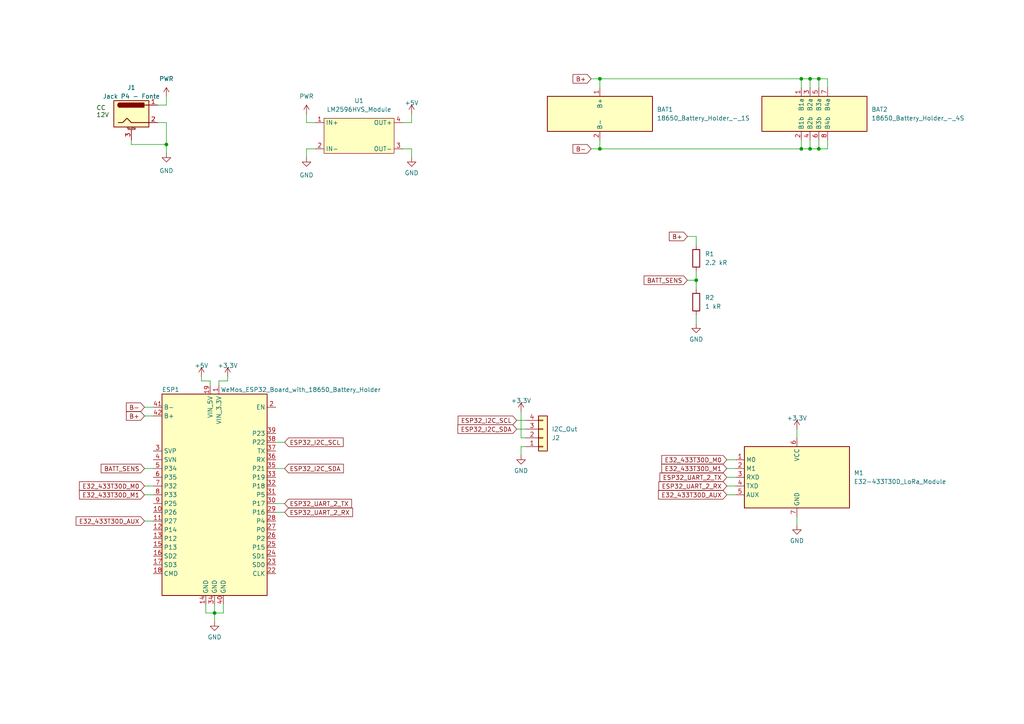
<source format=kicad_sch>
(kicad_sch (version 20250114) (generator "eeschema") (generator_version "9.0")
  (paper "A4")
  (lib_symbols
    (symbol "Connector:Barrel_Jack_MountingPin" (pin_names (hide yes))
      (property "Reference" "J1" (at 0 7.62 0))
      (property "Value" "Jack P4 - Fonte" (at 0 5.08 0))
      (symbol "Barrel_Jack_MountingPin_0_1"
        (rectangle (start -5.08 3.81) (end 5.08 -3.81) (stroke (width 0.254)) (fill (type background)))
        (polyline (pts (xy -3.81 -2.54) (xy -2.54 -2.54) (xy -1.27 -1.27) (xy 0 -2.54) (xy 2.54 -2.54) (xy 5.08 -2.54)) (stroke (width 0.254)))
        (arc (start -3.302 1.905) (mid -3.9343 2.54) (end -3.302 3.175) (stroke (width 0.254)))
        (arc (start -3.302 1.905) (mid -3.9343 2.54) (end -3.302 3.175) (stroke (width 0.254)) (fill (type outline)))
        (rectangle (start 3.683 3.175) (end -3.302 1.905) (stroke (width 0.254)) (fill (type outline)))
        (polyline (pts (xy 5.08 2.54) (xy 3.81 2.54)) (stroke (width 0.254)))
      )
      (symbol "Barrel_Jack_MountingPin_1_1"
        (polyline (pts (xy -1.016 -4.572) (xy 1.016 -4.572)) (stroke (width 0.1524)))
        (text "Mounting" (at 0 -4.191 0) (effects (font (size 0.381 0.381))))
        (pin passive line (at 0 -7.62 90) (length 3.048) (name "MountPin") (number "3"))
        (pin passive line (at 7.62 2.54 180) (length 2.54) (name "~") (number "1"))
        (pin passive line (at 7.62 -2.54 180) (length 2.54) (name "~") (number "2"))
      )
    )
    (symbol "Connector_Generic:Conn_01x04" (pin_names (offset 1.016) (hide yes))
      (property "Reference" "J" (at 0 5.08 0))
      (property "Value" "Conn_01x04" (at 0 -7.62 0))
      (symbol "Conn_01x04_1_1"
        (rectangle (start -1.27 3.81) (end 1.27 -6.35) (stroke (width 0.254)) (fill (type background)))
        (rectangle (start -1.27 2.667) (end 0 2.413) (stroke (width 0.1524)))
        (rectangle (start -1.27 0.127) (end 0 -0.127) (stroke (width 0.1524)))
        (rectangle (start -1.27 -2.413) (end 0 -2.667) (stroke (width 0.1524)))
        (rectangle (start -1.27 -4.953) (end 0 -5.207) (stroke (width 0.1524)))
        (pin passive line (at -5.08 2.54 0) (length 3.81) (name "Pin_1") (number "1"))
        (pin passive line (at -5.08 0 0) (length 3.81) (name "Pin_2") (number "2"))
        (pin passive line (at -5.08 -2.54 0) (length 3.81) (name "Pin_3") (number "3"))
        (pin passive line (at -5.08 -5.08 0) (length 3.81) (name "Pin_4") (number "4"))
      )
    )
    (symbol "Custom:18650_Battery_Holder_-_1S"
      (property "Reference" "BAT" (at -14.986 5.588 0))
      (property "Value" "18650_Battery_Holder_-_1S" (at 9.144 -6.096 0))
      (symbol "18650_Battery_Holder_-_1S_0_1"
        (rectangle (start -15.24 5.08) (end 15.24 -5.08) (stroke (width 0.254)) (fill (type background)))
      )
      (symbol "18650_Battery_Holder_-_1S_1_1"
        (pin power_in line (at 0 7.62 270) (length 2.54) (name "B+") (number "1"))
        (pin power_in line (at 0 -7.62 90) (length 2.54) (name "B-") (number "2"))
      )
    )
    (symbol "Custom:18650_Battery_Holder_-_4S"
      (property "Reference" "BAT" (at -14.986 5.588 0))
      (property "Value" "18650_Battery_Holder_-_4S" (at 9.144 -6.096 0))
      (symbol "18650_Battery_Holder_-_4S_0_1"
        (rectangle (start -15.24 5.08) (end 15.24 -5.08) (stroke (width 0.254)) (fill (type background)))
      )
      (symbol "18650_Battery_Holder_-_4S_1_1"
        (pin power_in line (at -3.81 7.62 270) (length 2.54) (name "B1a") (number "1"))
        (pin power_in line (at -3.81 -7.62 90) (length 2.54) (name "B1b") (number "2"))
        (pin power_in line (at -1.27 7.62 270) (length 2.54) (name "B2a") (number "3"))
        (pin power_in line (at -1.27 -7.62 90) (length 2.54) (name "B2b") (number "4"))
        (pin power_in line (at 1.27 7.62 270) (length 2.54) (name "B3a") (number "5"))
        (pin power_in line (at 1.27 -7.62 90) (length 2.54) (name "B3b") (number "6"))
        (pin power_in line (at 3.81 7.62 270) (length 2.54) (name "B4a") (number "7"))
        (pin power_in line (at 3.81 -7.62 90) (length 2.54) (name "B4b") (number "8"))
      )
    )
    (symbol "Custom:E32-433T30D_LoRa_Module"
      (property "Reference" "M" (at -14.986 9.398 0))
      (property "Value" "E32-433T30D_LoRa_Module" (at 8.636 -10.16 0))
      (symbol "E32-433T30D_LoRa_Module_0_1"
        (rectangle (start -15.24 8.89) (end 15.24 -8.89) (stroke (width 0.254)) (fill (type background)))
      )
      (symbol "E32-433T30D_LoRa_Module_1_1"
        (pin bidirectional line (at -17.78 5.08 0) (length 2.54) (name "M0") (number "1"))
        (pin bidirectional line (at -17.78 2.54 0) (length 2.54) (name "M1") (number "2"))
        (pin bidirectional line (at -17.78 0 0) (length 2.54) (name "RXD") (number "3"))
        (pin bidirectional line (at -17.78 -2.54 0) (length 2.54) (name "TXD") (number "4"))
        (pin bidirectional line (at -17.78 -5.08 0) (length 2.54) (name "AUX") (number "5"))
        (pin power_in line (at 0 11.43 270) (length 2.54) (name "VCC") (number "6"))
        (pin power_in line (at 0 -11.43 90) (length 2.54) (name "GND") (number "7"))
      )
    )
    (symbol "Custom_Parts:LM2596HVS_Module"
      (property "Reference" "U" (at -8.89 6.35 0))
      (property "Value" "LM2596HVS_Module" (at 0 -6.35 0))
      (symbol "LM2596HVS_Module_0_1"
        (rectangle (start -10.16 5.08) (end 10.16 -5.08) (fill (type background)))
      )
      (symbol "LM2596HVS_Module_1_1"
        (pin power_in line (at -12.7 3.81 0) (length 2.54) (name "IN+") (number "1"))
        (pin power_in line (at -12.7 -3.81 0) (length 2.54) (name "IN-") (number "2"))
        (pin power_out line (at 12.7 3.81 180) (length 2.54) (name "OUT+") (number "4"))
        (pin power_out line (at 12.7 -3.81 180) (length 2.54) (name "OUT-") (number "3"))
      )
    )
    (symbol "Device:R" (pin_numbers (hide yes)) (pin_names (offset 0))
      (property "Reference" "R" (at 2.032 0 90))
      (property "Value" "R" (at 0 0 90))
      (symbol "R_0_1"
        (rectangle (start -1.016 -2.54) (end 1.016 2.54) (stroke (width 0.254)))
      )
      (symbol "R_1_1"
        (pin passive line (at 0 3.81 270) (length 1.27) (name "~") (number "1"))
        (pin passive line (at 0 -3.81 90) (length 1.27) (name "~") (number "2"))
      )
    )
    (symbol "WeMos_ESP32_Board_with_18650_Battery_Holder_1"
      (property "Reference" "ESP" (at -14.986 29.718 0))
      (property "Value" "WeMos_ESP32_Board_with_18650_Battery_Holder" (at 9.398 -30.226 0))
      (symbol "WeMos_ESP32_Board_with_18650_Battery_Holder_1_0_1"
        (rectangle (start -15.24 29.21) (end 15.24 -29.21) (stroke (width 0.254)) (fill (type background)))
      )
      (symbol "WeMos_ESP32_Board_with_18650_Battery_Holder_1_1_1"
        (pin power_in line (at -17.78 25.4 0) (length 2.54) (name "B-") (number "41"))
        (pin power_in line (at -17.78 22.86 0) (length 2.54) (name "B+") (number "42"))
        (pin bidirectional line (at -17.78 12.7 0) (length 2.54) (name "SVP") (number "3"))
        (pin bidirectional line (at -17.78 10.16 0) (length 2.54) (name "SVN") (number "4"))
        (pin bidirectional line (at -17.78 7.62 0) (length 2.54) (name "P34") (number "5"))
        (pin bidirectional line (at -17.78 5.08 0) (length 2.54) (name "P35") (number "6"))
        (pin bidirectional line (at -17.78 2.54 0) (length 2.54) (name "P32") (number "7"))
        (pin bidirectional line (at -17.78 0 0) (length 2.54) (name "P33") (number "8"))
        (pin bidirectional line (at -17.78 -2.54 0) (length 2.54) (name "P25") (number "9"))
        (pin bidirectional line (at -17.78 -5.08 0) (length 2.54) (name "P26") (number "10"))
        (pin bidirectional line (at -17.78 -7.62 0) (length 2.54) (name "P27") (number "11"))
        (pin bidirectional line (at -17.78 -10.16 0) (length 2.54) (name "P14") (number "12"))
        (pin bidirectional line (at -17.78 -12.7 0) (length 2.54) (name "P12") (number "13"))
        (pin bidirectional line (at -17.78 -15.24 0) (length 2.54) (name "P13") (number "15"))
        (pin bidirectional line (at -17.78 -17.78 0) (length 2.54) (name "SD2") (number "16"))
        (pin bidirectional line (at -17.78 -20.32 0) (length 2.54) (name "SD3") (number "17"))
        (pin bidirectional line (at -17.78 -22.86 0) (length 2.54) (name "CMD") (number "18"))
        (pin power_in line (at -2.54 -31.75 90) (length 2.54) (name "GND") (number "14"))
        (pin power_in line (at -1.27 31.75 270) (length 2.54) (name "VIN_5V") (number "19"))
        (pin power_in line (at 0 -31.75 90) (length 2.54) (name "GND") (number "34"))
        (pin power_in line (at 1.27 31.75 270) (length 2.54) (name "VIN_3.3V") (number "1"))
        (pin power_in line (at 2.54 -31.75 90) (length 2.54) (name "GND") (number "40"))
        (pin input line (at 17.78 25.4 180) (length 2.54) (name "EN") (number "2"))
        (pin bidirectional line (at 17.78 17.78 180) (length 2.54) (name "P23") (number "39"))
        (pin bidirectional line (at 17.78 15.24 180) (length 2.54) (name "P22") (number "38"))
        (pin bidirectional line (at 17.78 12.7 180) (length 2.54) (name "TX") (number "37"))
        (pin bidirectional line (at 17.78 10.16 180) (length 2.54) (name "RX") (number "36"))
        (pin bidirectional line (at 17.78 7.62 180) (length 2.54) (name "P21") (number "35"))
        (pin bidirectional line (at 17.78 5.08 180) (length 2.54) (name "P19") (number "33"))
        (pin bidirectional line (at 17.78 2.54 180) (length 2.54) (name "P18") (number "32"))
        (pin bidirectional line (at 17.78 0 180) (length 2.54) (name "P5") (number "31"))
        (pin bidirectional line (at 17.78 -2.54 180) (length 2.54) (name "P17") (number "30"))
        (pin bidirectional line (at 17.78 -5.08 180) (length 2.54) (name "P16") (number "29"))
        (pin bidirectional line (at 17.78 -7.62 180) (length 2.54) (name "P4") (number "28"))
        (pin bidirectional line (at 17.78 -10.16 180) (length 2.54) (name "P0") (number "27"))
        (pin bidirectional line (at 17.78 -12.7 180) (length 2.54) (name "P2") (number "26"))
        (pin bidirectional line (at 17.78 -15.24 180) (length 2.54) (name "P15") (number "25"))
        (pin bidirectional line (at 17.78 -17.78 180) (length 2.54) (name "SD1") (number "24"))
        (pin bidirectional line (at 17.78 -20.32 180) (length 2.54) (name "SD0") (number "23"))
        (pin bidirectional line (at 17.78 -22.86 180) (length 2.54) (name "CLK") (number "22"))
      )
    )
    (symbol "power:+3.3V" (power) (pin_names (offset 0))
      (property "Value" "+3.3V" (at 0 3.556 0))
      (symbol "+3.3V_0_1"
        (polyline (pts (xy -0.762 1.27) (xy 0 2.54)))
        (polyline (pts (xy 0 2.54) (xy 0.762 1.27)))
        (polyline (pts (xy 0 0) (xy 0 2.54)))
      )
      (symbol "+3.3V_1_1"
        (pin power_in line (at 0 0 90) (length 0) (hide yes) (name "+3.3V") (number "1"))
      )
    )
    (symbol "power:+5V" (power) (pin_names (offset 0))
      (property "Value" "+5V" (at 0 3.556 0))
      (symbol "+5V_0_1"
        (polyline (pts (xy -0.762 1.27) (xy 0 2.54)))
        (polyline (pts (xy 0 2.54) (xy 0.762 1.27)))
        (polyline (pts (xy 0 0) (xy 0 2.54)))
      )
      (symbol "+5V_1_1"
        (pin power_in line (at 0 0 90) (length 0) (hide yes) (name "+5V") (number "1"))
      )
    )
    (symbol "power:+BATT" (power) (pin_names (offset 0))
      (property "Value" "+BATT" (at 0 3.556 0))
      (symbol "+BATT_0_1"
        (polyline (pts (xy -0.762 1.27) (xy 0 2.54)))
        (polyline (pts (xy 0 2.54) (xy 0.762 1.27)))
        (polyline (pts (xy 0 0) (xy 0 2.54)))
      )
      (symbol "+BATT_1_1"
        (pin power_in line (at 0 0 90) (length 0) (hide yes) (name "+BATT") (number "1"))
      )
    )
    (symbol "power:GND" (power) (pin_names (offset 0))
      (property "Value" "GND" (at 0 -3.81 0))
      (symbol "GND_0_1"
        (polyline (pts (xy 0 0) (xy 0 -1.27) (xy 1.27 -1.27) (xy 0 -2.54) (xy -1.27 -1.27) (xy 0 -1.27)))
      )
      (symbol "GND_1_1"
        (pin power_in line (at 0 0 270) (length 0) (hide yes) (name "GND") (number "1"))
      )
    )
  )
  (text "CC\n12V" (at 27.94 34.29 0) (effects (font (size 1.27 1.27)) (justify left bottom)))
  (junction (at 62.23 177.8))
  (junction (at 237.49 22.86))
  (junction (at 234.95 22.86))
  (junction (at 234.95 43.18))
  (junction (at 48.26 41.91))
  (junction (at 232.41 43.18))
  (junction (at 173.99 43.18))
  (junction (at 237.49 43.18))
  (junction (at 173.99 22.86))
  (junction (at 201.93 81.28))
  (junction (at 232.41 22.86))
  (wire (pts (xy 48.26 35.56) (xy 45.72 35.56)))
  (wire (pts (xy 234.95 43.18) (xy 237.49 43.18)))
  (wire (pts (xy 116.84 43.18) (xy 119.38 43.18)))
  (wire (pts (xy 41.91 143.51) (xy 44.45 143.51)))
  (wire (pts (xy 88.9 45.72) (xy 88.9 43.18)))
  (wire (pts (xy 62.23 175.26) (xy 62.23 177.8)))
  (wire (pts (xy 41.91 135.89) (xy 44.45 135.89)))
  (wire (pts (xy 119.38 43.18) (xy 119.38 45.72)))
  (wire (pts (xy 152.4 129.54) (xy 151.13 129.54)))
  (wire (pts (xy 237.49 22.86) (xy 240.03 22.86)))
  (wire (pts (xy 201.93 91.44) (xy 201.93 93.98)))
  (wire (pts (xy 41.91 120.65) (xy 44.45 120.65)))
  (wire (pts (xy 237.49 43.18) (xy 240.03 43.18)))
  (wire (pts (xy 199.39 81.28) (xy 201.93 81.28)))
  (wire (pts (xy 62.23 177.8) (xy 62.23 180.34)))
  (wire (pts (xy 82.55 135.89) (xy 80.01 135.89)))
  (wire (pts (xy 173.99 43.18) (xy 232.41 43.18)))
  (wire (pts (xy 80.01 148.59) (xy 82.55 148.59)))
  (wire (pts (xy 173.99 40.64) (xy 173.99 43.18)))
  (wire (pts (xy 232.41 40.64) (xy 232.41 43.18)))
  (wire (pts (xy 119.38 35.56) (xy 119.38 33.02)))
  (wire (pts (xy 82.55 128.27) (xy 80.01 128.27)))
  (wire (pts (xy 237.49 40.64) (xy 237.49 43.18)))
  (wire (pts (xy 63.5 111.76) (xy 63.5 110.49)))
  (wire (pts (xy 171.45 22.86) (xy 173.99 22.86)))
  (wire (pts (xy 232.41 25.4) (xy 232.41 22.86)))
  (wire (pts (xy 201.93 81.28) (xy 201.93 78.74)))
  (wire (pts (xy 64.77 175.26) (xy 64.77 177.8)))
  (wire (pts (xy 149.86 121.92) (xy 152.4 121.92)))
  (wire (pts (xy 48.26 35.56) (xy 48.26 41.91)))
  (wire (pts (xy 66.04 110.49) (xy 66.04 109.22)))
  (wire (pts (xy 240.03 22.86) (xy 240.03 25.4)))
  (wire (pts (xy 60.96 110.49) (xy 60.96 111.76)))
  (wire (pts (xy 149.86 124.46) (xy 152.4 124.46)))
  (wire (pts (xy 152.4 127) (xy 151.13 127)))
  (wire (pts (xy 58.42 110.49) (xy 60.96 110.49)))
  (wire (pts (xy 151.13 127) (xy 151.13 119.38)))
  (wire (pts (xy 38.1 41.91) (xy 48.26 41.91)))
  (wire (pts (xy 59.69 177.8) (xy 62.23 177.8)))
  (wire (pts (xy 210.82 140.97) (xy 213.36 140.97)))
  (wire (pts (xy 231.14 124.46) (xy 231.14 127)))
  (wire (pts (xy 48.26 27.94) (xy 48.26 30.48)))
  (wire (pts (xy 234.95 22.86) (xy 234.95 25.4)))
  (wire (pts (xy 201.93 68.58) (xy 201.93 71.12)))
  (wire (pts (xy 173.99 43.18) (xy 171.45 43.18)))
  (wire (pts (xy 41.91 140.97) (xy 44.45 140.97)))
  (wire (pts (xy 232.41 43.18) (xy 234.95 43.18)))
  (wire (pts (xy 80.01 146.05) (xy 82.55 146.05)))
  (wire (pts (xy 173.99 22.86) (xy 232.41 22.86)))
  (wire (pts (xy 173.99 22.86) (xy 173.99 25.4)))
  (wire (pts (xy 41.91 151.13) (xy 44.45 151.13)))
  (wire (pts (xy 240.03 40.64) (xy 240.03 43.18)))
  (wire (pts (xy 45.72 30.48) (xy 48.26 30.48)))
  (wire (pts (xy 38.1 40.64) (xy 38.1 41.91)))
  (wire (pts (xy 210.82 138.43) (xy 213.36 138.43)))
  (wire (pts (xy 210.82 135.89) (xy 213.36 135.89)))
  (wire (pts (xy 210.82 143.51) (xy 213.36 143.51)))
  (wire (pts (xy 210.82 133.35) (xy 213.36 133.35)))
  (wire (pts (xy 199.39 68.58) (xy 201.93 68.58)))
  (wire (pts (xy 232.41 22.86) (xy 234.95 22.86)))
  (wire (pts (xy 48.26 41.91) (xy 48.26 44.45)))
  (wire (pts (xy 59.69 175.26) (xy 59.69 177.8)))
  (wire (pts (xy 116.84 35.56) (xy 119.38 35.56)))
  (wire (pts (xy 151.13 129.54) (xy 151.13 132.08)))
  (wire (pts (xy 58.42 109.22) (xy 58.42 110.49)))
  (wire (pts (xy 234.95 22.86) (xy 237.49 22.86)))
  (wire (pts (xy 234.95 40.64) (xy 234.95 43.18)))
  (wire (pts (xy 201.93 81.28) (xy 201.93 83.82)))
  (wire (pts (xy 88.9 35.56) (xy 88.9 33.02)))
  (wire (pts (xy 231.14 149.86) (xy 231.14 152.4)))
  (wire (pts (xy 237.49 22.86) (xy 237.49 25.4)))
  (wire (pts (xy 64.77 177.8) (xy 62.23 177.8)))
  (wire (pts (xy 41.91 118.11) (xy 44.45 118.11)))
  (wire (pts (xy 63.5 110.49) (xy 66.04 110.49)))
  (wire (pts (xy 88.9 43.18) (xy 91.44 43.18)))
  (wire (pts (xy 88.9 35.56) (xy 91.44 35.56)))
  (global_label "ESP32_UART_2_TX" (shape input) (at 82.55 146.05 0) (property "Intersheetrefs" "${INTERSHEET_REFS}" (effects (hide yes))))
  (global_label "B+" (shape input) (at 199.39 68.58 180) (property "Intersheetrefs" "${INTERSHEET_REFS}" (effects (hide yes))))
  (global_label "E32_433T30D_M1" (shape input) (at 210.82 135.89 180) (property "Intersheetrefs" "${INTERSHEET_REFS}" (effects (hide yes))))
  (global_label "BATT_SENS" (shape input) (at 199.39 81.28 180) (property "Intersheetrefs" "${INTERSHEET_REFS}" (effects (hide yes))))
  (global_label "E32_433T30D_M0" (shape input) (at 41.91 140.97 180) (property "Intersheetrefs" "${INTERSHEET_REFS}" (effects (hide yes))))
  (global_label "E32_433T30D_AUX" (shape input) (at 41.91 151.13 180) (property "Intersheetrefs" "${INTERSHEET_REFS}" (effects (hide yes))))
  (global_label "ESP32_I2C_SDA" (shape input) (at 149.86 124.46 180) (property "Intersheetrefs" "${INTERSHEET_REFS}" (effects (hide yes))))
  (global_label "ESP32_UART_2_RX" (shape input) (at 210.82 140.97 180) (property "Intersheetrefs" "${INTERSHEET_REFS}" (effects (hide yes))))
  (global_label "B-" (shape input) (at 171.45 43.18 180) (property "Intersheetrefs" "${INTERSHEET_REFS}" (effects (hide yes))))
  (global_label "BATT_SENS" (shape input) (at 41.91 135.89 180) (property "Intersheetrefs" "${INTERSHEET_REFS}" (effects (hide yes))))
  (global_label "E32_433T30D_M1" (shape input) (at 41.91 143.51 180) (property "Intersheetrefs" "${INTERSHEET_REFS}" (effects (hide yes))))
  (global_label "ESP32_I2C_SCL" (shape input) (at 149.86 121.92 180) (property "Intersheetrefs" "${INTERSHEET_REFS}" (effects (hide yes))))
  (global_label "ESP32_UART_2_RX" (shape input) (at 82.55 148.59 0) (property "Intersheetrefs" "${INTERSHEET_REFS}" (effects (hide yes))))
  (global_label "B-" (shape input) (at 41.91 118.11 180) (property "Intersheetrefs" "${INTERSHEET_REFS}" (effects (hide yes))))
  (global_label "B+" (shape input) (at 171.45 22.86 180) (property "Intersheetrefs" "${INTERSHEET_REFS}" (effects (hide yes))))
  (global_label "ESP32_UART_2_TX" (shape input) (at 210.82 138.43 180) (property "Intersheetrefs" "${INTERSHEET_REFS}" (effects (hide yes))))
  (global_label "E32_433T30D_M0" (shape input) (at 210.82 133.35 180) (property "Intersheetrefs" "${INTERSHEET_REFS}" (effects (hide yes))))
  (global_label "ESP32_I2C_SDA" (shape input) (at 82.55 135.89 0) (property "Intersheetrefs" "${INTERSHEET_REFS}" (effects (hide yes))))
  (global_label "E32_433T30D_AUX" (shape input) (at 210.82 143.51 180) (property "Intersheetrefs" "${INTERSHEET_REFS}" (effects (hide yes))))
  (global_label "ESP32_I2C_SCL" (shape input) (at 82.55 128.27 0) (property "Intersheetrefs" "${INTERSHEET_REFS}" (effects (hide yes))))
  (global_label "B+" (shape input) (at 41.91 120.65 180) (property "Intersheetrefs" "${INTERSHEET_REFS}" (effects (hide yes))))
  (symbol (lib_id "Custom:18650_Battery_Holder_-_1S") (at 173.99 33.02 0) (unit 1)
    (property "Reference" "BAT1" (at 190.5 31.7499 0) (effects (justify left)))
    (property "Value" "18650_Battery_Holder_-_1S" (at 190.5 34.2899 0) (effects (justify left)))
    (property "Footprint" "Custom:18650 Battery Holder - 1S" (effects (hide yes)))
  )
  (symbol (lib_id "power:GND") (at 119.38 45.72 0) (unit 1)
    (property "Reference" "#PWR06" (effects (hide yes)))
    (property "Value" "GND" (at 119.38 50.165 0))
  )
  (symbol (lib_id "power:GND") (at 62.23 180.34 0) (unit 1)
    (property "Reference" "#PWR014" (effects (hide yes)))
    (property "Value" "GND" (at 62.23 184.785 0))
  )
  (symbol (lib_id "Connector:Barrel_Jack_MountingPin") (at 38.1 33.02 0) (unit 1)
    (property "Reference" "J1" (at 38.1 25.4 0))
    (property "Value" "Jack P4 - Fonte" (at 38.1 27.94 0))
    (property "Footprint" "Connector_BarrelJack:BarrelJack_Horizontal" (effects (hide yes)))
  )
  (symbol (lib_id "power:+5V") (at 58.42 109.22 0) (unit 1)
    (property "Reference" "#PWR08" (effects (hide yes)))
    (property "Value" "+5V" (at 58.42 106.045 0))
  )
  (symbol (lib_id "power:GND") (at 88.9 45.72 0) (unit 1)
    (property "Reference" "#PWR05" (effects (hide yes)))
    (property "Value" "GND" (at 88.9 50.8 0))
  )
  (symbol (lib_id "power:GND") (at 201.93 93.98 0) (unit 1)
    (property "Reference" "#PWR07" (effects (hide yes)))
    (property "Value" "GND" (at 201.93 98.425 0))
  )
  (symbol (lib_id "Custom:18650_Battery_Holder_-_4S") (at 236.22 33.02 0) (unit 1)
    (property "Reference" "BAT2" (at 252.73 31.7499 0) (effects (justify left)))
    (property "Value" "18650_Battery_Holder_-_4S" (at 252.73 34.2899 0) (effects (justify left)))
    (property "Footprint" "Custom:18650 Battery Holder - 4S" (effects (hide yes)))
  )
  (symbol (lib_id "power:GND") (at 48.26 44.45 0) (unit 1)
    (property "Reference" "#PWR04" (effects (hide yes)))
    (property "Value" "GND" (at 48.26 49.53 0))
  )
  (symbol (lib_id "power:+3.3V") (at 231.14 124.46 0) (unit 1)
    (property "Reference" "#PWR015" (effects (hide yes)))
    (property "Value" "+3.3V" (at 231.14 121.285 0))
  )
  (symbol (lib_id "power:+BATT") (at 48.26 27.94 0) (unit 1)
    (property "Reference" "#PWR01" (effects (hide yes)))
    (property "Value" "PWR" (at 48.26 22.86 0))
  )
  (symbol (lib_id "power:+5V") (at 119.38 33.02 0) (unit 1)
    (property "Reference" "#PWR03" (effects (hide yes)))
    (property "Value" "+5V" (at 119.38 29.845 0))
  )
  (symbol (lib_id "power:+BATT") (at 88.9 33.02 0) (unit 1)
    (property "Reference" "#PWR02" (effects (hide yes)))
    (property "Value" "PWR" (at 88.9 27.94 0))
  )
  (symbol (lib_id "Custom:E32-433T30D_LoRa_Module") (at 231.14 138.43 0) (unit 1)
    (property "Reference" "M1" (at 247.65 137.1599 0) (effects (justify left)))
    (property "Value" "E32-433T30D_LoRa_Module" (at 247.65 139.6999 0) (effects (justify left)))
    (property "Footprint" "Custom:E32-433T30D LoRa Module" (effects (hide yes)))
  )
  (symbol (lib_id "Device:R") (at 201.93 74.93 180) (unit 1)
    (property "Reference" "R1" (at 204.47 73.6599 0) (effects (justify right)))
    (property "Value" "2.2 kR" (at 204.47 76.1999 0) (effects (justify right)))
    (property "Footprint" "Resistor_THT:R_Axial_DIN0207_L6.3mm_D2.5mm_P10.16mm_Horizontal" (effects (hide yes)))
  )
  (symbol (lib_id "power:+3.3V") (at 151.13 119.38 0) (unit 1)
    (property "Reference" "#PWR010" (effects (hide yes)))
    (property "Value" "+3.3V" (at 151.13 116.205 0))
  )
  (symbol (lib_id "Device:R") (at 201.93 87.63 180) (unit 1)
    (property "Reference" "R2" (at 204.47 86.3599 0) (effects (justify right)))
    (property "Value" "1 kR" (at 204.47 88.8999 0) (effects (justify right)))
    (property "Footprint" "Resistor_THT:R_Axial_DIN0207_L6.3mm_D2.5mm_P10.16mm_Horizontal" (effects (hide yes)))
  )
  (symbol (lib_id "power:GND") (at 151.13 132.08 0) (unit 1)
    (property "Reference" "#PWR012" (effects (hide yes)))
    (property "Value" "GND" (at 151.13 136.525 0))
  )
  (symbol (lib_name "WeMos_ESP32_Board_with_18650_Battery_Holder_1") (lib_id "Custom:WeMos_ESP32_Board_with_18650_Battery_Holder") (at 62.23 143.51 0) (unit 1)
    (property "Reference" "ESP1" (at 46.99 113.03 0) (effects (justify left)))
    (property "Value" "WeMos_ESP32_Board_with_18650_Battery_Holder" (at 64.008 113.03 0) (effects (justify left)))
    (property "Footprint" "Custom:WeMos ESP32 Board with 18650 Battery Holder" (effects (hide yes)))
  )
  (symbol (lib_id "power:+3.3V") (at 66.04 109.22 0) (unit 1)
    (property "Reference" "#PWR09" (effects (hide yes)))
    (property "Value" "+3.3V" (at 66.04 106.045 0))
  )
  (symbol (lib_id "Connector_Generic:Conn_01x04") (at 157.48 127 0) (mirror x) (unit 1)
    (property "Reference" "J2" (at 160.02 127.0001 0) (effects (justify left)))
    (property "Value" "I2C_Out" (at 160.02 124.4601 0) (effects (justify left)))
    (property "Footprint" "Connector_PinHeader_2.54mm:PinHeader_1x04_P2.54mm_Vertical" (effects (hide yes)))
    (property "Description" "Generic connector, single row, 01x04, script generated (kicad-library-utils/schlib/autogen/connector/)" (effects (hide yes)))
  )
  (symbol (lib_id "Custom_Parts:LM2596HVS_Module") (at 104.14 39.37 0) (unit 1)
    (property "Reference" "U1" (at 104.14 29.21 0))
    (property "Value" "LM2596HVS_Module" (at 104.14 31.75 0))
    (property "Footprint" "custom_lib:LM2596HVS_Module_PDIP" (effects (hide yes)))
  )
  (symbol (lib_id "power:GND") (at 231.14 152.4 0) (unit 1)
    (property "Reference" "#PWR013" (effects (hide yes)))
    (property "Value" "GND" (at 231.14 156.845 0))
  )
)
</source>
